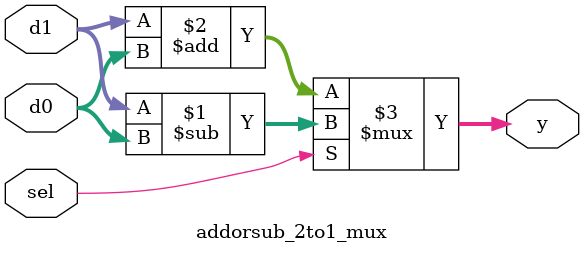
<source format=sv>
module addorsub_2to1_mux(input  [7:0] d0,
                         input  [7:0] d1,
                         input        sel,
                         output [7:0] y);
  
  assign y = (sel) ? d1 - d0 : d1 + d0;
endmodule
</source>
